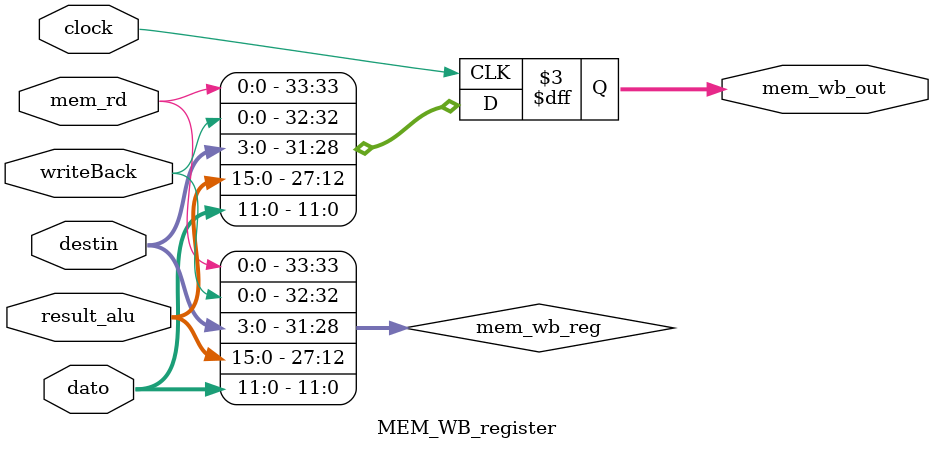
<source format=sv>
module MEM_WB_register(
    input logic clock,
    input logic [11:0] dato,
	 input logic [15:0] result_alu,
	 input logic [3:0] destin,
    input logic writeBack,
	 input logic mem_rd,
    output logic [33:0] mem_wb_out 
);

    logic [33:0] mem_wb_reg;

    always_comb begin
        mem_wb_reg = {mem_rd, writeBack, destin, result_alu, dato};
    end

    always @(negedge clock) begin
        mem_wb_out = mem_wb_reg;
    end

endmodule

</source>
